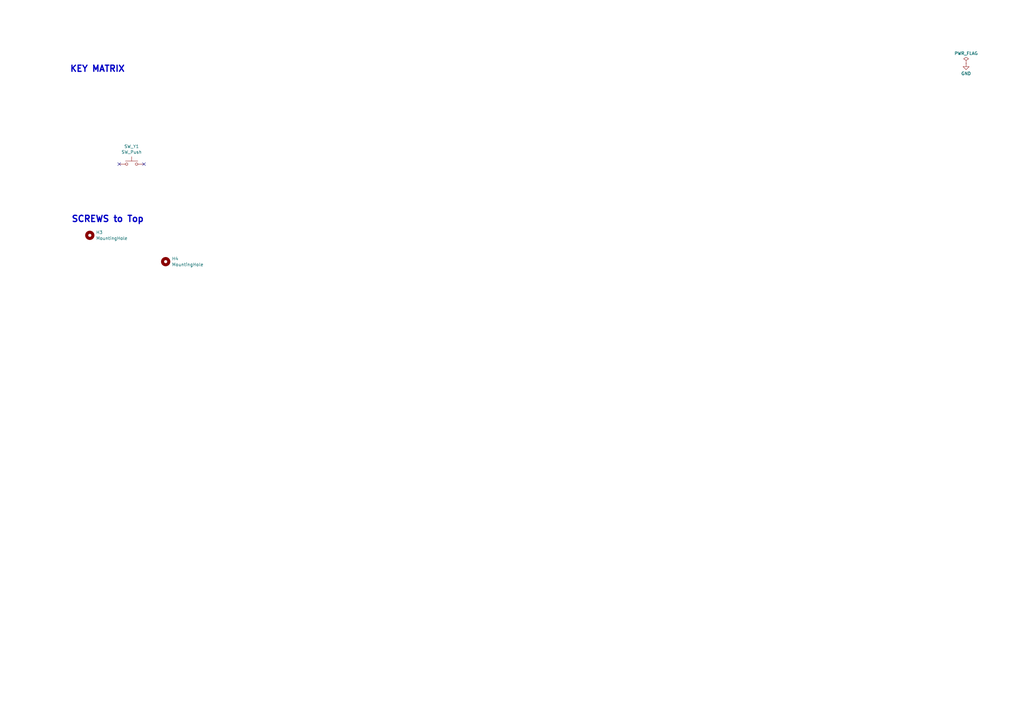
<source format=kicad_sch>
(kicad_sch (version 20231120) (generator "eeschema") (generator_version "8.0")
  (paper "A3")
  (title_block (title "Sandy") (date "2023-01-04") (rev "v.0") (company "@jpskenn"))
  (lib_symbols
    (symbol "GND_1" (power) (pin_numbers hide) (pin_names (offset 0) hide)
      (property "Value" "GND" (at 0 -3.81 0))
      (symbol "GND_1_0_1"
        (polyline (pts (xy 0 0) (xy 0 -1.27) (xy 1.27 -1.27) (xy 0 -2.54) (xy -1.27 -1.27) (xy 0 -1.27)))
      )
      (symbol "GND_1_1_1"
        (pin power_in line (at 0 0 270) (length 0) (name "~") (number "1"))
      )
    )
    (symbol "Mechanical:MountingHole" (pin_names (offset 1.016)) (exclude_from_sim yes) (in_bom no)
      (property "Reference" "H" (at 0 5.08 0))
      (property "Value" "MountingHole" (at 0 3.175 0))
      (symbol "MountingHole_0_1"
        (circle (center 0 0) (radius 1.27) (stroke (width 1.27)))
      )
    )
    (symbol "Switch:SW_Push" (pin_numbers hide) (pin_names (offset 1.016) hide)
      (property "Reference" "SW" (at 1.27 2.54 0))
      (property "Value" "SW_Push" (at 0 -1.524 0))
      (symbol "SW_Push_0_1"
        (circle (center -2.032 0) (radius 0.508))
        (polyline (pts (xy 0 1.27) (xy 0 3.048)))
        (polyline (pts (xy 2.54 1.27) (xy -2.54 1.27)))
        (circle (center 2.032 0) (radius 0.508))
        (pin passive line (at -5.08 0 0) (length 2.54) (name "1") (number "1"))
        (pin passive line (at 5.08 0 180) (length 2.54) (name "2") (number "2"))
      )
    )
    (symbol "power:PWR_FLAG" (power) (pin_numbers hide) (pin_names (offset 0) hide)
      (property "Value" "PWR_FLAG" (at 0 3.81 0))
      (symbol "PWR_FLAG_0_0"
        (pin power_out line (at 0 0 90) (length 0) (name "~") (number "1"))
      )
      (symbol "PWR_FLAG_0_1"
        (polyline (pts (xy 0 0) (xy 0 1.27) (xy -1.016 1.905) (xy 0 2.54) (xy 1.016 1.905) (xy 0 1.27)))
      )
    )
  )
  (bus_alias "def-a" (members "row0" "row5" "col0" "col1"))
  (no_connect (at 48.895 67.31))
  (no_connect (at 59.055 67.31))
  (text "SCREWS to Top" (at 29.21 91.44 0) (effects (font (size 2.54 2.54) (thickness 0.508) (bold yes)) (justify left bottom)))
  (text "KEY MATRIX" (at 28.575 29.845 0) (effects (font (size 2.54 2.54) (thickness 0.508) (bold yes)) (justify left bottom)))
  (symbol (lib_name "GND_1") (lib_id "power:GND") (at 396.24 26.035 0) (unit 1)
    (property "Reference" "#PWR01" (effects (hide yes)))
    (property "Value" "GND" (at 396.24 30.1681 0))
    (property "Description" "Power symbol creates a global label with name \"GND\" , ground" (effects (hide yes)))
  )
  (symbol (lib_id "Mechanical:MountingHole") (at 36.83 96.52 0) (unit 1) (exclude_from_sim yes) (in_bom no)
    (property "Reference" "H3" (at 39.37 95.3078 0) (effects (justify left)))
    (property "Value" "MountingHole" (at 39.37 97.7321 0) (effects (justify left)))
    (property "Footprint" "MountingHole:MountingHole_2.2mm_M2" (effects (hide yes)))
    (property "Description" "Mounting Hole without connection" (effects (hide yes)))
  )
  (symbol (lib_id "Mechanical:MountingHole") (at 67.945 107.315 0) (unit 1) (exclude_from_sim yes) (in_bom no)
    (property "Reference" "H4" (at 70.485 106.1028 0) (effects (justify left)))
    (property "Value" "MountingHole" (at 70.485 108.5271 0) (effects (justify left)))
    (property "Footprint" "MountingHole:MountingHole_2.2mm_M2" (effects (hide yes)))
    (property "Description" "Mounting Hole without connection" (effects (hide yes)))
  )
  (symbol (lib_id "Switch:SW_Push") (at 53.975 67.31 0) (unit 1)
    (property "Reference" "SW_Y1" (at 53.975 60.071 0))
    (property "Value" "SW_Push" (at 53.975 62.3824 0))
    (property "Footprint" "locallib:MX-Switch-Hole-with-narrow-frame" (effects (hide yes)))
  )
  (symbol (lib_id "power:PWR_FLAG") (at 396.24 26.035 0) (unit 1)
    (property "Reference" "#FLG01" (effects (hide yes)))
    (property "Value" "PWR_FLAG" (at 396.24 21.9019 0))
    (property "Description" "Special symbol for telling ERC where power comes from" (effects (hide yes)))
  )
)
</source>
